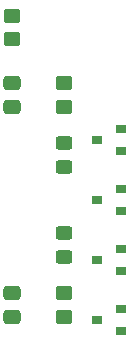
<source format=gbr>
G04 #@! TF.GenerationSoftware,KiCad,Pcbnew,(6.0.1)*
G04 #@! TF.CreationDate,2022-02-11T12:05:14+01:00*
G04 #@! TF.ProjectId,LINK,4c494e4b-2e6b-4696-9361-645f70636258,rev?*
G04 #@! TF.SameCoordinates,Original*
G04 #@! TF.FileFunction,Paste,Top*
G04 #@! TF.FilePolarity,Positive*
%FSLAX46Y46*%
G04 Gerber Fmt 4.6, Leading zero omitted, Abs format (unit mm)*
G04 Created by KiCad (PCBNEW (6.0.1)) date 2022-02-11 12:05:14*
%MOMM*%
%LPD*%
G01*
G04 APERTURE LIST*
G04 Aperture macros list*
%AMRoundRect*
0 Rectangle with rounded corners*
0 $1 Rounding radius*
0 $2 $3 $4 $5 $6 $7 $8 $9 X,Y pos of 4 corners*
0 Add a 4 corners polygon primitive as box body*
4,1,4,$2,$3,$4,$5,$6,$7,$8,$9,$2,$3,0*
0 Add four circle primitives for the rounded corners*
1,1,$1+$1,$2,$3*
1,1,$1+$1,$4,$5*
1,1,$1+$1,$6,$7*
1,1,$1+$1,$8,$9*
0 Add four rect primitives between the rounded corners*
20,1,$1+$1,$2,$3,$4,$5,0*
20,1,$1+$1,$4,$5,$6,$7,0*
20,1,$1+$1,$6,$7,$8,$9,0*
20,1,$1+$1,$8,$9,$2,$3,0*%
G04 Aperture macros list end*
%ADD10RoundRect,0.250000X-0.450000X0.350000X-0.450000X-0.350000X0.450000X-0.350000X0.450000X0.350000X0*%
%ADD11RoundRect,0.250000X-0.450000X0.325000X-0.450000X-0.325000X0.450000X-0.325000X0.450000X0.325000X0*%
%ADD12RoundRect,0.250000X0.450000X-0.325000X0.450000X0.325000X-0.450000X0.325000X-0.450000X-0.325000X0*%
%ADD13RoundRect,0.250000X0.475000X-0.337500X0.475000X0.337500X-0.475000X0.337500X-0.475000X-0.337500X0*%
%ADD14RoundRect,0.250000X-0.475000X0.337500X-0.475000X-0.337500X0.475000X-0.337500X0.475000X0.337500X0*%
%ADD15RoundRect,0.250000X0.450000X-0.350000X0.450000X0.350000X-0.450000X0.350000X-0.450000X-0.350000X0*%
%ADD16R,0.900000X0.800000*%
G04 APERTURE END LIST*
D10*
X137160000Y-72660000D03*
X137160000Y-74660000D03*
D11*
X137160000Y-85335000D03*
X137160000Y-87385000D03*
D12*
X137160000Y-79765000D03*
X137160000Y-77715000D03*
D13*
X132715000Y-92477500D03*
X132715000Y-90402500D03*
D14*
X132715000Y-72622500D03*
X132715000Y-74697500D03*
D15*
X137160000Y-92440000D03*
X137160000Y-90440000D03*
D16*
X141970000Y-93660000D03*
X141970000Y-91760000D03*
X139970000Y-92710000D03*
X141970000Y-88580000D03*
X141970000Y-86680000D03*
X139970000Y-87630000D03*
X141970000Y-83500000D03*
X141970000Y-81600000D03*
X139970000Y-82550000D03*
X141970000Y-78420000D03*
X141970000Y-76520000D03*
X139970000Y-77470000D03*
D15*
X132715000Y-68945000D03*
X132715000Y-66945000D03*
M02*

</source>
